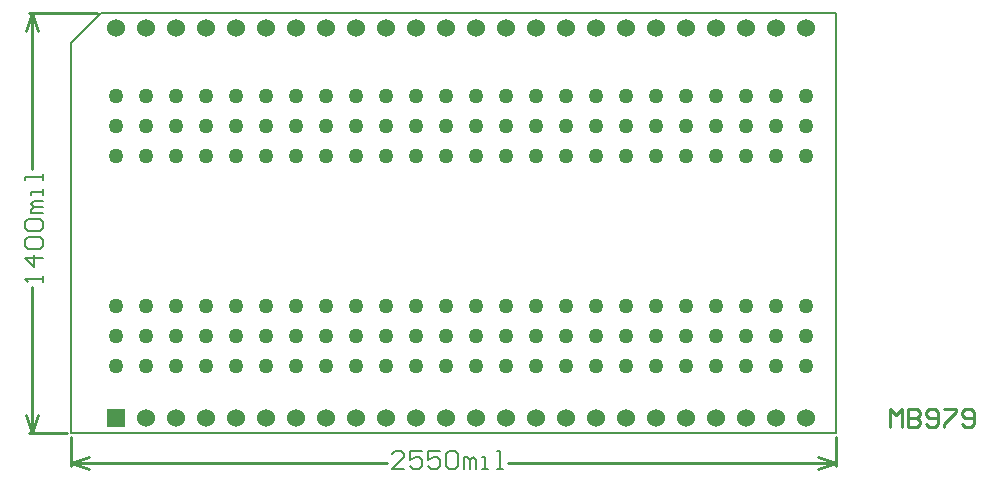
<source format=gbr>
%FSTAX23Y23*%
%MOIN*%
%SFA1B1*%

%IPPOS*%
%ADD11C,0.010000*%
%ADD12C,0.005000*%
%ADD13C,0.006000*%
%ADD14C,0.050000*%
%ADD15C,0.060000*%
%ADD16R,0.060000X0.060000*%
%LNmb979-1*%
%LPD*%
G54D11*
X5058Y4997D02*
Y5003D01*
X506Y5001*
X5062Y5003*
Y4997*
X5064Y5003D02*
Y4997D01*
X5067*
X5068Y4998*
Y4999*
X5067Y5*
X5064*
X5067*
X5068Y5001*
Y5002*
X5067Y5003*
X5064*
X507Y4998D02*
X5071Y4997D01*
X5073*
X5074Y4998*
Y5002*
X5073Y5003*
X5071*
X507Y5002*
Y5001*
X5071Y5*
X5074*
X5076Y5003D02*
X508D01*
Y5002*
X5076Y4998*
Y4997*
X5082Y4998D02*
X5083Y4997D01*
X5085*
X5086Y4998*
Y5002*
X5085Y5003*
X5083*
X5082Y5002*
Y5001*
X5083Y5*
X5086*
X504Y4984D02*
Y49938D01*
X4785Y4984D02*
Y49938D01*
X49306Y4985D02*
X504D01*
X4785D02*
X48904D01*
X5034Y4987D02*
X504Y4985D01*
X5034Y4983D02*
X504Y4985D01*
X4785D02*
X4791Y4983D01*
X4785Y4985D02*
X4791Y4987D01*
X4771Y5135D02*
X47938D01*
X4771Y4995D02*
X47838D01*
X4772Y5083D02*
Y5135D01*
Y4995D02*
Y50438D01*
X477Y5129D02*
X4772Y5135D01*
X4774Y5129*
X4772Y4995D02*
X4774Y5001D01*
X477D02*
X4772Y4995D01*
G54D12*
X4795Y5135D02*
X504D01*
X4785Y4995D02*
Y5125D01*
X4795Y5135*
X504Y4995D02*
Y5135D01*
X4785Y4995D02*
X504D01*
G54D13*
X4896Y4983D02*
X4892D01*
X4896Y4987*
Y4988*
X4895Y4989*
X4893*
X4892Y4988*
X4902Y4989D02*
X4898D01*
Y4986*
X49Y4987*
X4901*
X4902Y4986*
Y4984*
X4901Y4983*
X4899*
X4898Y4984*
X4908Y4989D02*
X4904D01*
Y4986*
X4906Y4987*
X4907*
X4908Y4986*
Y4984*
X4907Y4983*
X4905*
X4904Y4984*
X491Y4988D02*
X4911Y4989D01*
X4913*
X4914Y4988*
Y4984*
X4913Y4983*
X4911*
X491Y4984*
Y4988*
X4916Y4983D02*
Y4987D01*
X4917*
X4918Y4986*
Y4983*
Y4986*
X4919Y4987*
X492Y4986*
Y4983*
X4922D02*
X4924D01*
X4923*
Y4987*
X4922*
X4927Y4983D02*
X4929D01*
X4928*
Y4989*
X4927*
X47756Y50454D02*
Y50474D01*
Y50464*
X47696*
X47706Y50454*
X47756Y50534D02*
X47696D01*
X47726Y50504*
Y50544*
X47706Y50564D02*
X47696Y50574D01*
Y50594*
X47706Y50604*
X47746*
X47756Y50594*
Y50574*
X47746Y50564*
X47706*
Y50624D02*
X47696Y50634D01*
Y50654*
X47706Y50664*
X47746*
X47756Y50654*
Y50634*
X47746Y50624*
X47706*
X47756Y50684D02*
X47716D01*
Y50694*
X47726Y50704*
X47756*
X47726*
X47716Y50714*
X47726Y50724*
X47756*
Y50744D02*
Y50764D01*
Y50754*
X47716*
Y50744*
X47756Y50794D02*
Y50814D01*
Y50804*
X47696*
Y50794*
G54D14*
X501Y51075D03*
X5D03*
X499D03*
X498D03*
X497D03*
X496D03*
X495D03*
X494D03*
X493D03*
X492D03*
X491D03*
X49D03*
X489D03*
X484D03*
X481D03*
X482D03*
X48D03*
X483D03*
X485D03*
X486D03*
X487D03*
X488D03*
X503D03*
X502D03*
Y50375D03*
X503D03*
X488D03*
X487D03*
X486D03*
X485D03*
X483D03*
X48D03*
X482D03*
X481D03*
X484D03*
X489D03*
X49D03*
X491D03*
X492D03*
X493D03*
X494D03*
X495D03*
X496D03*
X497D03*
X498D03*
X499D03*
X5D03*
X501D03*
X503Y50975D03*
Y50875D03*
X502Y50975D03*
Y50875D03*
X501Y50975D03*
Y50875D03*
X5Y50975D03*
Y50875D03*
X48D03*
X498Y50975D03*
Y50875D03*
X497Y50975D03*
Y50875D03*
X496Y50975D03*
Y50875D03*
X495Y50975D03*
Y50875D03*
X494Y50975D03*
Y50875D03*
X493Y50975D03*
Y50875D03*
X492Y50975D03*
Y50875D03*
X491Y50975D03*
Y50875D03*
X49Y50975D03*
Y50875D03*
X489Y50975D03*
Y50875D03*
X488Y50975D03*
Y50875D03*
X487Y50975D03*
Y50875D03*
X486Y50975D03*
Y50875D03*
X485Y50975D03*
Y50875D03*
X484Y50975D03*
Y50875D03*
X483Y50975D03*
Y50875D03*
X482Y50975D03*
Y50875D03*
X481Y50975D03*
Y50875D03*
X48Y50975D03*
X499D03*
Y50875D03*
X503Y50275D03*
Y50175D03*
X502Y50275D03*
Y50175D03*
X501Y50275D03*
Y50175D03*
X5Y50275D03*
Y50175D03*
X48D03*
X498Y50275D03*
Y50175D03*
X497Y50275D03*
Y50175D03*
X496Y50275D03*
Y50175D03*
X495Y50275D03*
Y50175D03*
X494Y50275D03*
Y50175D03*
X493Y50275D03*
Y50175D03*
X492Y50275D03*
Y50175D03*
X491Y50275D03*
Y50175D03*
X49Y50275D03*
Y50175D03*
X489Y50275D03*
Y50175D03*
X488Y50275D03*
Y50175D03*
X487Y50275D03*
Y50175D03*
X486Y50275D03*
Y50175D03*
X485Y50275D03*
Y50175D03*
X484Y50275D03*
Y50175D03*
X483Y50275D03*
Y50175D03*
X482Y50275D03*
Y50175D03*
X481Y50275D03*
Y50175D03*
X48Y50275D03*
X499D03*
Y50175D03*
G54D15*
X491Y513D03*
X486D03*
X488D03*
X503Y5D03*
X502D03*
X49Y513D03*
X489D03*
X501Y5D03*
X5D03*
X487Y513D03*
X499Y5D03*
X498D03*
X485Y513D03*
X484D03*
X483D03*
X482D03*
X481D03*
X48D03*
X503D03*
X502D03*
X501D03*
X5D03*
X499D03*
X498D03*
X497D03*
X496D03*
X495D03*
X494D03*
X493D03*
X492D03*
X497Y5D03*
X496D03*
X495D03*
X494D03*
X493D03*
X492D03*
X491D03*
X49D03*
X489D03*
X488D03*
X487D03*
X486D03*
X485D03*
X484D03*
X483D03*
X482D03*
X481D03*
G54D16*
X48Y5D03*
M02*
</source>
